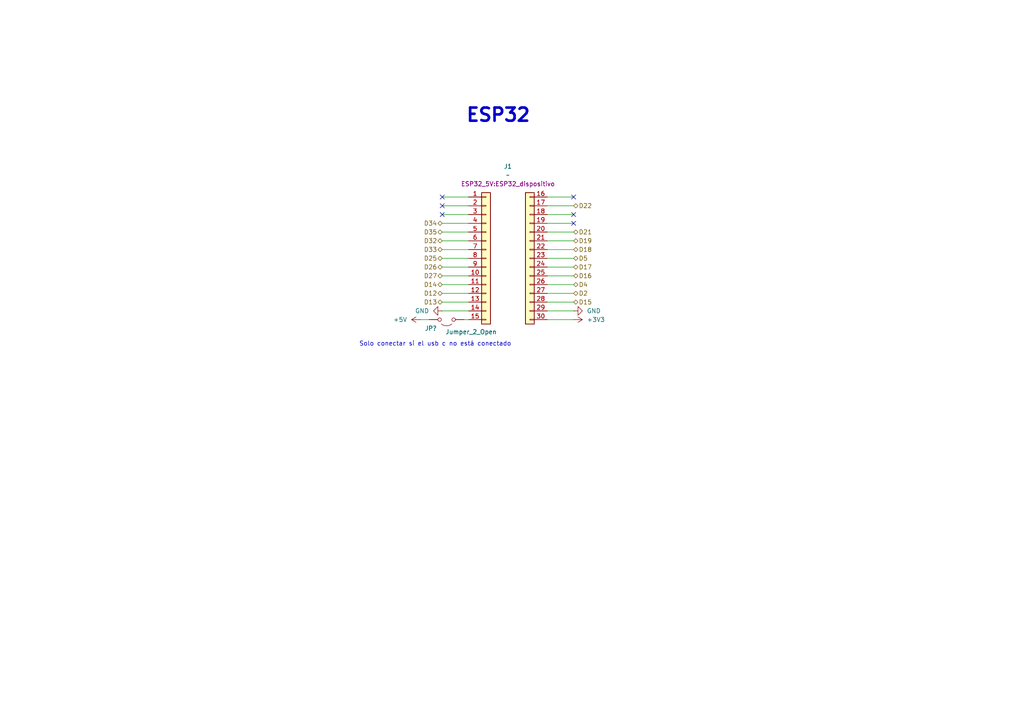
<source format=kicad_sch>
(kicad_sch (version 20250114) (generator "eeschema") (generator_version "9.0")
  (paper "A4")
  (lib_symbols
    (symbol "ESP32_5v_library:esp32_board_pins"
      (property "Reference" "J" (at 0 0 0))
      (property "Footprint" "ESP32_5V:ESP32_dispositivo" (at -1.778 -24.13 0))
      (symbol "esp32_board_pins_1_1"
        (rectangle (start -7.62 17.78) (end -5.08 -20.32) (stroke (width 0.254)) (fill (type background)))
        (rectangle (start -7.62 16.637) (end -6.35 16.383) (stroke (width 0.1524)))
        (rectangle (start -7.62 14.097) (end -6.35 13.843) (stroke (width 0.1524)))
        (rectangle (start -7.62 11.557) (end -6.35 11.303) (stroke (width 0.1524)))
        (rectangle (start -7.62 9.017) (end -6.35 8.763) (stroke (width 0.1524)))
        (rectangle (start -7.62 6.477) (end -6.35 6.223) (stroke (width 0.1524)))
        (rectangle (start -7.62 3.937) (end -6.35 3.683) (stroke (width 0.1524)))
        (rectangle (start -7.62 1.397) (end -6.35 1.143) (stroke (width 0.1524)))
        (rectangle (start -7.62 -1.143) (end -6.35 -1.397) (stroke (width 0.1524)))
        (rectangle (start -7.62 -3.683) (end -6.35 -3.937) (stroke (width 0.1524)))
        (rectangle (start -7.62 -6.223) (end -6.35 -6.477) (stroke (width 0.1524)))
        (rectangle (start -7.62 -8.763) (end -6.35 -9.017) (stroke (width 0.1524)))
        (rectangle (start -7.62 -11.303) (end -6.35 -11.557) (stroke (width 0.1524)))
        (rectangle (start -7.62 -13.843) (end -6.35 -14.097) (stroke (width 0.1524)))
        (rectangle (start -7.62 -16.383) (end -6.35 -16.637) (stroke (width 0.1524)))
        (rectangle (start -7.62 -18.923) (end -6.35 -19.177) (stroke (width 0.1524)))
        (rectangle (start 5.08 17.78) (end 7.62 -20.32) (stroke (width 0.254)) (fill (type background)))
        (rectangle (start 7.62 16.637) (end 6.35 16.383) (stroke (width 0.1524)))
        (rectangle (start 7.62 14.097) (end 6.35 13.843) (stroke (width 0.1524)))
        (rectangle (start 7.62 11.557) (end 6.35 11.303) (stroke (width 0.1524)))
        (rectangle (start 7.62 9.017) (end 6.35 8.763) (stroke (width 0.1524)))
        (rectangle (start 7.62 6.477) (end 6.35 6.223) (stroke (width 0.1524)))
        (rectangle (start 7.62 3.937) (end 6.35 3.683) (stroke (width 0.1524)))
        (rectangle (start 7.62 1.397) (end 6.35 1.143) (stroke (width 0.1524)))
        (rectangle (start 7.62 -1.143) (end 6.35 -1.397) (stroke (width 0.1524)))
        (rectangle (start 7.62 -3.683) (end 6.35 -3.937) (stroke (width 0.1524)))
        (rectangle (start 7.62 -6.223) (end 6.35 -6.477) (stroke (width 0.1524)))
        (rectangle (start 7.62 -8.763) (end 6.35 -9.017) (stroke (width 0.1524)))
        (rectangle (start 7.62 -11.303) (end 6.35 -11.557) (stroke (width 0.1524)))
        (rectangle (start 7.62 -13.843) (end 6.35 -14.097) (stroke (width 0.1524)))
        (rectangle (start 7.62 -16.383) (end 6.35 -16.637) (stroke (width 0.1524)))
        (rectangle (start 7.62 -18.923) (end 6.35 -19.177) (stroke (width 0.1524)))
        (pin passive line (at -11.43 16.51 0) (length 3.81) (name "") (number "1"))
        (pin passive line (at -11.43 13.97 0) (length 3.81) (name "") (number "2"))
        (pin passive line (at -11.43 11.43 0) (length 3.81) (name "") (number "3"))
        (pin passive line (at -11.43 8.89 0) (length 3.81) (name "") (number "4"))
        (pin passive line (at -11.43 6.35 0) (length 3.81) (name "") (number "5"))
        (pin passive line (at -11.43 3.81 0) (length 3.81) (name "") (number "6"))
        (pin passive line (at -11.43 1.27 0) (length 3.81) (name "") (number "7"))
        (pin passive line (at -11.43 -1.27 0) (length 3.81) (name "") (number "8"))
        (pin passive line (at -11.43 -3.81 0) (length 3.81) (name "") (number "9"))
        (pin passive line (at -11.43 -6.35 0) (length 3.81) (name "") (number "10"))
        (pin passive line (at -11.43 -8.89 0) (length 3.81) (name "") (number "11"))
        (pin passive line (at -11.43 -11.43 0) (length 3.81) (name "") (number "12"))
        (pin passive line (at -11.43 -13.97 0) (length 3.81) (name "") (number "13"))
        (pin passive line (at -11.43 -16.51 0) (length 3.81) (name "") (number "14"))
        (pin passive line (at -11.43 -19.05 0) (length 3.81) (name "") (number "15"))
        (pin passive line (at 11.43 16.51 180) (length 3.81) (name "") (number "16"))
        (pin passive line (at 11.43 13.97 180) (length 3.81) (name "") (number "17"))
        (pin passive line (at 11.43 11.43 180) (length 3.81) (name "") (number "18"))
        (pin passive line (at 11.43 8.89 180) (length 3.81) (name "") (number "19"))
        (pin passive line (at 11.43 6.35 180) (length 3.81) (name "") (number "20"))
        (pin passive line (at 11.43 3.81 180) (length 3.81) (name "") (number "21"))
        (pin passive line (at 11.43 1.27 180) (length 3.81) (name "") (number "22"))
        (pin passive line (at 11.43 -1.27 180) (length 3.81) (name "") (number "23"))
        (pin passive line (at 11.43 -3.81 180) (length 3.81) (name "") (number "24"))
        (pin passive line (at 11.43 -6.35 180) (length 3.81) (name "") (number "25"))
        (pin passive line (at 11.43 -8.89 180) (length 3.81) (name "") (number "26"))
        (pin passive line (at 11.43 -11.43 180) (length 3.81) (name "") (number "27"))
        (pin passive line (at 11.43 -13.97 180) (length 3.81) (name "") (number "28"))
        (pin passive line (at 11.43 -16.51 180) (length 3.81) (name "") (number "29"))
        (pin passive line (at 11.43 -19.05 180) (length 3.81) (name "") (number "30"))
      )
    )
    (symbol "Jumper:Jumper_2_Open" (pin_numbers (hide yes)) (pin_names (offset 0) (hide yes))
      (property "Reference" "JP" (at 0 2.794 0))
      (property "Value" "Jumper_2_Open" (at 0 -2.286 0))
      (symbol "Jumper_2_Open_0_0"
        (circle (center -2.032 0) (radius 0.508))
        (circle (center 2.032 0) (radius 0.508))
      )
      (symbol "Jumper_2_Open_0_1"
        (arc (start -1.524 1.27) (mid 0 1.778) (end 1.524 1.27))
      )
      (symbol "Jumper_2_Open_1_1"
        (pin passive line (at -5.08 0 0) (length 2.54) (name "A") (number "1"))
        (pin passive line (at 5.08 0 180) (length 2.54) (name "B") (number "2"))
      )
    )
    (symbol "power:+3V3" (power) (pin_numbers (hide yes)) (pin_names (offset 0) (hide yes))
      (property "Value" "+3V3" (at 0 3.556 0))
      (symbol "+3V3_0_1"
        (polyline (pts (xy -0.762 1.27) (xy 0 2.54)))
        (polyline (pts (xy 0 2.54) (xy 0.762 1.27)))
        (polyline (pts (xy 0 0) (xy 0 2.54)))
      )
      (symbol "+3V3_1_1"
        (pin power_in line (at 0 0 90) (length 0) (name "~") (number "1"))
      )
    )
    (symbol "power:+5V" (power) (pin_numbers (hide yes)) (pin_names (offset 0) (hide yes))
      (property "Value" "+5V" (at 0 3.556 0))
      (symbol "+5V_0_1"
        (polyline (pts (xy -0.762 1.27) (xy 0 2.54)))
        (polyline (pts (xy 0 2.54) (xy 0.762 1.27)))
        (polyline (pts (xy 0 0) (xy 0 2.54)))
      )
      (symbol "+5V_1_1"
        (pin power_in line (at 0 0 90) (length 0) (name "~") (number "1"))
      )
    )
    (symbol "power:GND" (power) (pin_numbers (hide yes)) (pin_names (offset 0) (hide yes))
      (property "Value" "GND" (at 0 -3.81 0))
      (symbol "GND_0_1"
        (polyline (pts (xy 0 0) (xy 0 -1.27) (xy 1.27 -1.27) (xy 0 -2.54) (xy -1.27 -1.27) (xy 0 -1.27)))
      )
      (symbol "GND_1_1"
        (pin power_in line (at 0 0 270) (length 0) (name "~") (number "1"))
      )
    )
  )
  (text "Solo conectar si el usb c no está conectado" (at 126.238 99.822 0) (effects (font (size 1.27 1.27))))
  (text "ESP32" (at 144.526 33.528 0) (effects (font (size 3.81 3.81) (thickness 0.762) (bold yes))))
  (no_connect (at 166.37 64.77))
  (no_connect (at 128.27 59.69))
  (no_connect (at 166.37 57.15))
  (no_connect (at 166.37 62.23))
  (no_connect (at 128.27 62.23))
  (no_connect (at 128.27 57.15))
  (wire (pts (xy 135.89 64.77) (xy 128.27 64.77)))
  (wire (pts (xy 135.89 82.55) (xy 128.27 82.55)))
  (wire (pts (xy 158.75 80.01) (xy 166.37 80.01)))
  (wire (pts (xy 135.89 77.47) (xy 128.27 77.47)))
  (wire (pts (xy 135.89 59.69) (xy 128.27 59.69)))
  (wire (pts (xy 158.75 72.39) (xy 166.37 72.39)))
  (wire (pts (xy 158.75 82.55) (xy 166.37 82.55)))
  (wire (pts (xy 135.89 85.09) (xy 128.27 85.09)))
  (wire (pts (xy 135.89 74.93) (xy 128.27 74.93)))
  (wire (pts (xy 158.75 87.63) (xy 166.37 87.63)))
  (wire (pts (xy 158.75 74.93) (xy 166.37 74.93)))
  (wire (pts (xy 121.92 92.71) (xy 124.46 92.71)))
  (wire (pts (xy 158.75 90.17) (xy 166.37 90.17)))
  (wire (pts (xy 135.89 87.63) (xy 128.27 87.63)))
  (wire (pts (xy 135.89 67.31) (xy 128.27 67.31)))
  (wire (pts (xy 158.75 59.69) (xy 166.37 59.69)))
  (wire (pts (xy 135.89 69.85) (xy 128.27 69.85)))
  (wire (pts (xy 135.89 62.23) (xy 128.27 62.23)))
  (wire (pts (xy 134.62 92.71) (xy 135.89 92.71)))
  (wire (pts (xy 135.89 80.01) (xy 128.27 80.01)))
  (wire (pts (xy 158.75 64.77) (xy 166.37 64.77)))
  (wire (pts (xy 158.75 57.15) (xy 166.37 57.15)))
  (wire (pts (xy 135.89 57.15) (xy 128.27 57.15)))
  (wire (pts (xy 158.75 85.09) (xy 166.37 85.09)))
  (wire (pts (xy 158.75 62.23) (xy 166.37 62.23)))
  (wire (pts (xy 128.27 90.17) (xy 135.89 90.17)))
  (wire (pts (xy 135.89 72.39) (xy 128.27 72.39)))
  (wire (pts (xy 158.75 92.71) (xy 166.37 92.71)))
  (wire (pts (xy 158.75 67.31) (xy 166.37 67.31)))
  (wire (pts (xy 158.75 77.47) (xy 166.37 77.47)))
  (wire (pts (xy 158.75 69.85) (xy 166.37 69.85)))
  (hierarchical_label "D17" (shape bidirectional) (at 166.37 77.47 0))
  (hierarchical_label "D2" (shape bidirectional) (at 166.37 85.09 0))
  (hierarchical_label "D13" (shape bidirectional) (at 128.27 87.63 180))
  (hierarchical_label "D18" (shape bidirectional) (at 166.37 72.39 0))
  (hierarchical_label "D26" (shape bidirectional) (at 128.27 77.47 180))
  (hierarchical_label "D14" (shape bidirectional) (at 128.27 82.55 180))
  (hierarchical_label "D35" (shape bidirectional) (at 128.27 67.31 180))
  (hierarchical_label "D27" (shape bidirectional) (at 128.27 80.01 180))
  (hierarchical_label "D33" (shape bidirectional) (at 128.27 72.39 180))
  (hierarchical_label "D5" (shape bidirectional) (at 166.37 74.93 0))
  (hierarchical_label "D32" (shape bidirectional) (at 128.27 69.85 180))
  (hierarchical_label "D25" (shape bidirectional) (at 128.27 74.93 180))
  (hierarchical_label "D4" (shape bidirectional) (at 166.37 82.55 0))
  (hierarchical_label "D22" (shape bidirectional) (at 166.37 59.69 0))
  (hierarchical_label "D34" (shape bidirectional) (at 128.27 64.77 180))
  (hierarchical_label "D16" (shape bidirectional) (at 166.37 80.01 0))
  (hierarchical_label "D12" (shape bidirectional) (at 128.27 85.09 180))
  (hierarchical_label "D19" (shape bidirectional) (at 166.37 69.85 0))
  (hierarchical_label "D15" (shape bidirectional) (at 166.37 87.63 0))
  (hierarchical_label "D21" (shape bidirectional) (at 166.37 67.31 0))
  (symbol (lib_id "Jumper:Jumper_2_Open") (at 129.54 92.71 180) (unit 1)
    (property "Reference" "JP?" (at 124.968 95.25 0))
    (property "Value" "Jumper_2_Open" (at 136.652 96.266 0))
    (property "Footprint" "Connector_PinHeader_2.54mm:PinHeader_1x02_P2.54mm_Vertical" (effects (hide yes)))
    (property "Description" "Jumper, 2-pole, open" (effects (hide yes)))
  )
  (symbol (lib_id "ESP32_5v_library:esp32_board_pins") (at 147.32 73.66 0) (unit 1)
    (property "Reference" "J1" (at 147.32 48.26 0))
    (property "Value" "~" (at 147.32 50.8 0))
    (property "Footprint" "ESP32_5V:ESP32_dispositivo" (at 147.32 53.34 0))
  )
  (symbol (lib_id "power:+3V3") (at 166.37 92.71 270) (unit 1)
    (property "Reference" "#PWR017" (effects (hide yes)))
    (property "Value" "+3V3" (at 170.18 92.7099 90) (effects (justify left)))
    (property "Description" "Power symbol creates a global label with name \"+3V3\"" (effects (hide yes)))
  )
  (symbol (lib_id "power:GND") (at 166.37 90.17 90) (unit 1)
    (property "Reference" "#PWR?" (effects (hide yes)))
    (property "Value" "GND" (at 170.18 90.1699 90) (effects (justify right)))
    (property "Description" "Power symbol creates a global label with name \"GND\" , ground" (effects (hide yes)))
  )
  (symbol (lib_id "power:GND") (at 128.27 90.17 270) (unit 1)
    (property "Reference" "#PWR?" (effects (hide yes)))
    (property "Value" "GND" (at 124.46 90.1699 90) (effects (justify right)))
    (property "Description" "Power symbol creates a global label with name \"GND\" , ground" (effects (hide yes)))
  )
  (symbol (lib_id "power:+5V") (at 121.92 92.71 90) (unit 1)
    (property "Reference" "#PWR?" (effects (hide yes)))
    (property "Value" "+5V" (at 118.11 92.7099 90) (effects (justify left)))
    (property "Description" "Power symbol creates a global label with name \"+5V\"" (effects (hide yes)))
  )
)
</source>
